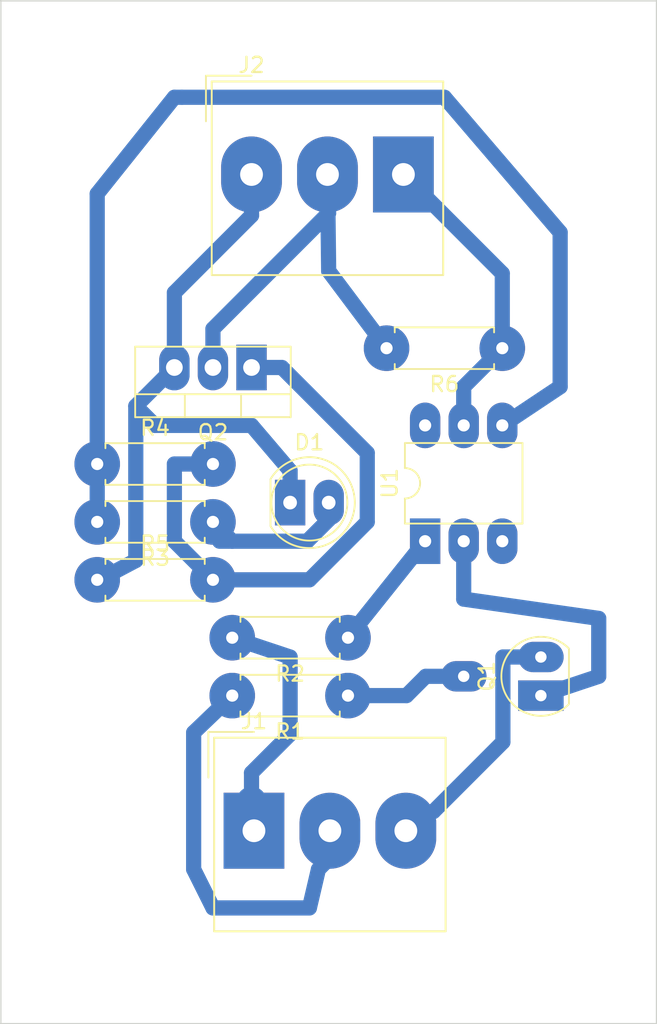
<source format=kicad_pcb>
(kicad_pcb (version 20171130) (host pcbnew "(5.1.4)-1")

  (general
    (thickness 1.6)
    (drawings 4)
    (tracks 73)
    (zones 0)
    (modules 12)
    (nets 15)
  )

  (page A4)
  (title_block
    (title "PCB - mainet-mega-5V-to-mp-10V")
    (date 2021-03-09)
    (rev v0.1)
  )

  (layers
    (0 F.Cu signal hide)
    (31 B.Cu signal)
    (32 B.Adhes user hide)
    (33 F.Adhes user hide)
    (34 B.Paste user hide)
    (35 F.Paste user hide)
    (36 B.SilkS user hide)
    (37 F.SilkS user hide)
    (38 B.Mask user hide)
    (39 F.Mask user hide)
    (40 Dwgs.User user hide)
    (41 Cmts.User user hide)
    (42 Eco1.User user hide)
    (43 Eco2.User user hide)
    (44 Edge.Cuts user)
    (45 Margin user hide)
    (46 B.CrtYd user hide)
    (47 F.CrtYd user hide)
    (48 B.Fab user hide)
    (49 F.Fab user)
  )

  (setup
    (last_trace_width 1)
    (trace_clearance 0.2)
    (zone_clearance 0.508)
    (zone_45_only no)
    (trace_min 1)
    (via_size 0.8)
    (via_drill 0.4)
    (via_min_size 0.4)
    (via_min_drill 0.3)
    (uvia_size 0.3)
    (uvia_drill 0.1)
    (uvias_allowed no)
    (uvia_min_size 0.2)
    (uvia_min_drill 0.1)
    (edge_width 0.1)
    (segment_width 0.2)
    (pcb_text_width 0.3)
    (pcb_text_size 1.5 1.5)
    (mod_edge_width 0.15)
    (mod_text_size 1 1)
    (mod_text_width 0.15)
    (pad_size 2 3)
    (pad_drill 0.9)
    (pad_to_mask_clearance 0)
    (aux_axis_origin 0 0)
    (visible_elements 7FFFFFFF)
    (pcbplotparams
      (layerselection 0x010fc_ffffffff)
      (usegerberextensions false)
      (usegerberattributes true)
      (usegerberadvancedattributes true)
      (creategerberjobfile true)
      (excludeedgelayer true)
      (linewidth 0.100000)
      (plotframeref false)
      (viasonmask false)
      (mode 1)
      (useauxorigin false)
      (hpglpennumber 1)
      (hpglpenspeed 20)
      (hpglpendiameter 15.000000)
      (psnegative false)
      (psa4output false)
      (plotreference true)
      (plotvalue true)
      (plotinvisibletext false)
      (padsonsilk false)
      (subtractmaskfromsilk false)
      (outputformat 1)
      (mirror false)
      (drillshape 1)
      (scaleselection 1)
      (outputdirectory ""))
  )

  (net 0 "")
  (net 1 /0V)
  (net 2 "Net-(D1-Pad2)")
  (net 3 /GNDD)
  (net 4 "Net-(J1-Pad2)")
  (net 5 /+5V)
  (net 6 "Net-(J2-Pad2)")
  (net 7 /+10V)
  (net 8 "Net-(Q1-Pad2)")
  (net 9 "Net-(Q1-Pad1)")
  (net 10 "Net-(Q2-Pad1)")
  (net 11 "Net-(R2-Pad1)")
  (net 12 "Net-(R3-Pad2)")
  (net 13 "Net-(U1-Pad3)")
  (net 14 "Net-(U1-Pad6)")

  (net_class Default "This is the default net class."
    (clearance 0.2)
    (trace_width 1)
    (via_dia 0.8)
    (via_drill 0.4)
    (uvia_dia 0.3)
    (uvia_drill 0.1)
    (diff_pair_width 1)
    (diff_pair_gap 0.25)
    (add_net /+10V)
    (add_net /+5V)
    (add_net /0V)
    (add_net /GNDD)
    (add_net "Net-(D1-Pad2)")
    (add_net "Net-(J1-Pad2)")
    (add_net "Net-(J2-Pad2)")
    (add_net "Net-(Q1-Pad1)")
    (add_net "Net-(Q1-Pad2)")
    (add_net "Net-(Q2-Pad1)")
    (add_net "Net-(R2-Pad1)")
    (add_net "Net-(R3-Pad2)")
    (add_net "Net-(U1-Pad3)")
    (add_net "Net-(U1-Pad6)")
  )

  (module Package_TO_SOT_THT:TO-92_Inline (layer F.Cu) (tedit 60478B01) (tstamp 601ABC33)
    (at 133.35 130.81 90)
    (descr "TO-92 leads in-line, narrow, oval pads, drill 0.75mm (see NXP sot054_po.pdf)")
    (tags "to-92 sc-43 sc-43a sot54 PA33 transistor")
    (path /5F896199)
    (fp_text reference Q1 (at 1.27 -3.56 90) (layer F.SilkS)
      (effects (font (size 1 1) (thickness 0.15)))
    )
    (fp_text value 2N3906 (at 3.81 -3.81 180) (layer F.Fab)
      (effects (font (size 1 1) (thickness 0.15)))
    )
    (fp_line (start 4 2.01) (end -1.46 2.01) (layer F.CrtYd) (width 0.05))
    (fp_line (start 4 2.01) (end 4 -2.73) (layer F.CrtYd) (width 0.05))
    (fp_line (start -1.46 -2.73) (end -1.46 2.01) (layer F.CrtYd) (width 0.05))
    (fp_line (start -1.46 -2.73) (end 4 -2.73) (layer F.CrtYd) (width 0.05))
    (fp_line (start -0.5 1.75) (end 3 1.75) (layer F.Fab) (width 0.1))
    (fp_line (start -0.53 1.85) (end 3.07 1.85) (layer F.SilkS) (width 0.12))
    (fp_text user %R (at 6.35 -3.81 180) (layer F.Fab)
      (effects (font (size 1 1) (thickness 0.15)))
    )
    (fp_arc (start 1.27 0) (end 1.27 -2.48) (angle 135) (layer F.Fab) (width 0.1))
    (fp_arc (start 1.27 0) (end 1.27 -2.6) (angle -135) (layer F.SilkS) (width 0.12))
    (fp_arc (start 1.27 0) (end 1.27 -2.48) (angle -135) (layer F.Fab) (width 0.1))
    (fp_arc (start 1.27 0) (end 1.27 -2.6) (angle 135) (layer F.SilkS) (width 0.12))
    (pad 2 thru_hole oval (at 1.27 -5.08 90) (size 2 3) (drill 0.75) (layers *.Cu *.Mask)
      (net 8 "Net-(Q1-Pad2)"))
    (pad 3 thru_hole oval (at 2.54 0 90) (size 2 3) (drill 0.75) (layers *.Cu *.Mask)
      (net 3 /GNDD))
    (pad 1 thru_hole rect (at 0 0 90) (size 2 3) (drill 0.75) (layers *.Cu *.Mask)
      (net 9 "Net-(Q1-Pad1)"))
    (model ${KISYS3DMOD}/Package_TO_SOT_THT.3dshapes/TO-92_Inline.wrl
      (at (xyz 0 0 0))
      (scale (xyz 1 1 1))
      (rotate (xyz 0 0 0))
    )
  )

  (module LED_THT:LED_D5.0mm (layer F.Cu) (tedit 60479339) (tstamp 5FCDC759)
    (at 116.84 118.11)
    (descr "LED, diameter 5.0mm, 2 pins, http://cdn-reichelt.de/documents/datenblatt/A500/LL-504BC2E-009.pdf")
    (tags "LED diameter 5.0mm 2 pins")
    (path /5F8A74B5)
    (fp_text reference D1 (at 1.27 -3.96) (layer F.SilkS)
      (effects (font (size 1 1) (thickness 0.15)))
    )
    (fp_text value LED (at 1.27 3.96) (layer F.Fab)
      (effects (font (size 1 1) (thickness 0.15)))
    )
    (fp_line (start 4.5 -3.25) (end -1.95 -3.25) (layer F.CrtYd) (width 0.05))
    (fp_line (start 4.5 3.25) (end 4.5 -3.25) (layer F.CrtYd) (width 0.05))
    (fp_line (start -1.95 3.25) (end 4.5 3.25) (layer F.CrtYd) (width 0.05))
    (fp_line (start -1.95 -3.25) (end -1.95 3.25) (layer F.CrtYd) (width 0.05))
    (fp_line (start -1.29 -1.545) (end -1.29 1.545) (layer F.SilkS) (width 0.12))
    (fp_line (start -1.23 -1.469694) (end -1.23 1.469694) (layer F.Fab) (width 0.1))
    (fp_circle (center 1.27 0) (end 3.77 0) (layer F.SilkS) (width 0.12))
    (fp_circle (center 1.27 0) (end 3.77 0) (layer F.Fab) (width 0.1))
    (fp_arc (start 1.27 0) (end -1.23 -1.469694) (angle 299.1) (layer F.Fab) (width 0.1))
    (fp_arc (start 1.27 0) (end -1.29 -1.54483) (angle 148.9) (layer F.SilkS) (width 0.12))
    (fp_arc (start 1.27 0) (end -1.29 1.54483) (angle -148.9) (layer F.SilkS) (width 0.12))
    (fp_text user %R (at 1.27 -3.81) (layer F.Fab)
      (effects (font (size 0.8 0.8) (thickness 0.2)))
    )
    (pad 1 thru_hole rect (at 0 0) (size 2 3) (drill 0.9) (layers *.Cu *.Mask)
      (net 1 /0V))
    (pad 2 thru_hole oval (at 2.54 0) (size 2 3) (drill 0.9) (layers *.Cu *.Mask)
      (net 2 "Net-(D1-Pad2)"))
    (model ${KISYS3DMOD}/LED_THT.3dshapes/LED_D5.0mm.wrl
      (at (xyz 0 0 0))
      (scale (xyz 1 1 1))
      (rotate (xyz 0 0 0))
    )
  )

  (module TerminalBlock_Altech:Altech_AK300_1x03_P5.00mm_45-Degree (layer F.Cu) (tedit 601AAE15) (tstamp 6047C49A)
    (at 114.46 139.7)
    (descr "Altech AK300 serie terminal block (Script generated with StandardBox.py) (http://www.altechcorp.com/PDFS/PCBMETRC.PDF)")
    (tags "Altech AK300 serie connector")
    (path /5F9A2D91)
    (fp_text reference J1 (at 0 -7.2) (layer F.SilkS)
      (effects (font (size 1 1) (thickness 0.15)))
    )
    (fp_text value Screw_Terminal_01x03 (at 5 7.5) (layer F.Fab) hide
      (effects (font (size 1 1) (thickness 0.15)))
    )
    (fp_text user %R (at 15.24 0) (layer F.Fab)
      (effects (font (size 1 1) (thickness 0.15)))
    )
    (fp_line (start -2 -6) (end 12.5 -6) (layer F.Fab) (width 0.1))
    (fp_line (start 12.5 -6) (end 12.5 6.5) (layer F.Fab) (width 0.1))
    (fp_line (start 12.5 6.5) (end -2.5 6.5) (layer F.Fab) (width 0.1))
    (fp_line (start -2.5 6.5) (end -2.5 -5.5) (layer F.Fab) (width 0.1))
    (fp_line (start -2.5 -5.5) (end -2 -6) (layer F.Fab) (width 0.1))
    (fp_line (start -3 -3.5) (end -3 -6.5) (layer F.SilkS) (width 0.12))
    (fp_line (start -3 -6.5) (end 0 -6.5) (layer F.SilkS) (width 0.12))
    (fp_line (start -2.62 -6.12) (end 12.62 -6.12) (layer F.SilkS) (width 0.12))
    (fp_line (start 12.62 -6.12) (end 12.62 6.62) (layer F.SilkS) (width 0.12))
    (fp_line (start -2.62 6.62) (end 12.62 6.62) (layer F.SilkS) (width 0.12))
    (fp_line (start -2.62 -6.12) (end -2.62 6.62) (layer F.SilkS) (width 0.12))
    (fp_line (start -2.62 -6.12) (end 12.62 -6.12) (layer F.SilkS) (width 0.12))
    (fp_line (start 12.62 -6.12) (end 12.62 6.62) (layer F.SilkS) (width 0.12))
    (fp_line (start -2.62 6.62) (end 12.62 6.62) (layer F.SilkS) (width 0.12))
    (fp_line (start -2.62 -6.12) (end -2.62 6.62) (layer F.SilkS) (width 0.12))
    (fp_line (start -2.75 -6.25) (end 12.75 -6.25) (layer F.CrtYd) (width 0.05))
    (fp_line (start 12.75 -6.25) (end 12.75 6.75) (layer F.CrtYd) (width 0.05))
    (fp_line (start -2.75 6.75) (end 12.75 6.75) (layer F.CrtYd) (width 0.05))
    (fp_line (start -2.75 -6.25) (end -2.75 6.75) (layer F.CrtYd) (width 0.05))
    (pad 3 thru_hole oval (at 10 0) (size 4 5) (drill 1.5) (layers *.Cu *.Mask)
      (net 3 /GNDD))
    (pad 2 thru_hole oval (at 5 0) (size 4 5) (drill 1.5) (layers *.Cu *.Mask)
      (net 4 "Net-(J1-Pad2)"))
    (pad 1 thru_hole rect (at 0 0) (size 4 5) (drill 1.5) (layers *.Cu *.Mask)
      (net 5 /+5V))
    (model ${KISYS3DMOD}/TerminalBlock_Altech.3dshapes/Altech_AK300_1x03_P5.00mm_45-Degree.wrl
      (at (xyz 0 0 0))
      (scale (xyz 1 1 1))
      (rotate (xyz 0 0 0))
    )
  )

  (module TerminalBlock_Altech:Altech_AK300_1x03_P5.00mm_45-Degree (layer F.Cu) (tedit 60479273) (tstamp 5FCDC78F)
    (at 114.3 96.52)
    (descr "Altech AK300 serie terminal block (Script generated with StandardBox.py) (http://www.altechcorp.com/PDFS/PCBMETRC.PDF)")
    (tags "Altech AK300 serie connector")
    (path /5F8A74E2)
    (fp_text reference J2 (at 0 -7.2) (layer F.SilkS)
      (effects (font (size 1 1) (thickness 0.15)))
    )
    (fp_text value Screw_Terminal_01x03 (at 5 7.5) (layer F.Fab) hide
      (effects (font (size 1 1) (thickness 0.15)))
    )
    (fp_line (start -2.75 -6.25) (end -2.75 6.75) (layer F.CrtYd) (width 0.05))
    (fp_line (start -2.75 6.75) (end 12.75 6.75) (layer F.CrtYd) (width 0.05))
    (fp_line (start 12.75 -6.25) (end 12.75 6.75) (layer F.CrtYd) (width 0.05))
    (fp_line (start -2.75 -6.25) (end 12.75 -6.25) (layer F.CrtYd) (width 0.05))
    (fp_line (start -2.62 -6.12) (end -2.62 6.62) (layer F.SilkS) (width 0.12))
    (fp_line (start -2.62 6.62) (end 12.62 6.62) (layer F.SilkS) (width 0.12))
    (fp_line (start 12.62 -6.12) (end 12.62 6.62) (layer F.SilkS) (width 0.12))
    (fp_line (start -2.62 -6.12) (end 12.62 -6.12) (layer F.SilkS) (width 0.12))
    (fp_line (start -2.62 -6.12) (end -2.62 6.62) (layer F.SilkS) (width 0.12))
    (fp_line (start -2.62 6.62) (end 12.62 6.62) (layer F.SilkS) (width 0.12))
    (fp_line (start 12.62 -6.12) (end 12.62 6.62) (layer F.SilkS) (width 0.12))
    (fp_line (start -2.62 -6.12) (end 12.62 -6.12) (layer F.SilkS) (width 0.12))
    (fp_line (start -3 -6.5) (end 0 -6.5) (layer F.SilkS) (width 0.12))
    (fp_line (start -3 -3.5) (end -3 -6.5) (layer F.SilkS) (width 0.12))
    (fp_line (start -2.5 -5.5) (end -2 -6) (layer F.Fab) (width 0.1))
    (fp_line (start -2.5 6.5) (end -2.5 -5.5) (layer F.Fab) (width 0.1))
    (fp_line (start 12.5 6.5) (end -2.5 6.5) (layer F.Fab) (width 0.1))
    (fp_line (start 12.5 -6) (end 12.5 6.5) (layer F.Fab) (width 0.1))
    (fp_line (start -2 -6) (end 12.5 -6) (layer F.Fab) (width 0.1))
    (fp_text user %R (at 13.97 0) (layer F.Fab)
      (effects (font (size 1 1) (thickness 0.15)))
    )
    (pad 1 thru_hole oval (at 0 0) (size 4 5) (drill 1.5) (layers *.Cu *.Mask)
      (net 1 /0V))
    (pad 2 thru_hole oval (at 5 0) (size 4 5) (drill 1.5) (layers *.Cu *.Mask)
      (net 6 "Net-(J2-Pad2)"))
    (pad 3 thru_hole rect (at 10 0) (size 4 5) (drill 1.5) (layers *.Cu *.Mask)
      (net 7 /+10V))
    (model ${KISYS3DMOD}/TerminalBlock_Altech.3dshapes/Altech_AK300_1x03_P5.00mm_45-Degree.wrl
      (at (xyz 0 0 0))
      (scale (xyz 1 1 1))
      (rotate (xyz 0 0 0))
    )
  )

  (module Package_TO_SOT_THT:TO-220-3_Vertical (layer F.Cu) (tedit 601AADB3) (tstamp 5FCDC7BB)
    (at 114.3 109.22 180)
    (descr "TO-220-3, Vertical, RM 2.54mm, see https://www.vishay.com/docs/66542/to-220-1.pdf")
    (tags "TO-220-3 Vertical RM 2.54mm")
    (path /5F8A7489)
    (fp_text reference Q2 (at 2.54 -4.27) (layer F.SilkS)
      (effects (font (size 1 1) (thickness 0.15)))
    )
    (fp_text value BUK9518-55 (at 2.54 2.5) (layer F.Fab)
      (effects (font (size 1 1) (thickness 0.15)))
    )
    (fp_line (start 7.79 -3.4) (end -2.71 -3.4) (layer F.CrtYd) (width 0.05))
    (fp_line (start 7.79 1.51) (end 7.79 -3.4) (layer F.CrtYd) (width 0.05))
    (fp_line (start -2.71 1.51) (end 7.79 1.51) (layer F.CrtYd) (width 0.05))
    (fp_line (start -2.71 -3.4) (end -2.71 1.51) (layer F.CrtYd) (width 0.05))
    (fp_line (start 4.391 -3.27) (end 4.391 -1.76) (layer F.SilkS) (width 0.12))
    (fp_line (start 0.69 -3.27) (end 0.69 -1.76) (layer F.SilkS) (width 0.12))
    (fp_line (start -2.58 -1.76) (end 7.66 -1.76) (layer F.SilkS) (width 0.12))
    (fp_line (start 7.66 -3.27) (end 7.66 1.371) (layer F.SilkS) (width 0.12))
    (fp_line (start -2.58 -3.27) (end -2.58 1.371) (layer F.SilkS) (width 0.12))
    (fp_line (start -2.58 1.371) (end 7.66 1.371) (layer F.SilkS) (width 0.12))
    (fp_line (start -2.58 -3.27) (end 7.66 -3.27) (layer F.SilkS) (width 0.12))
    (fp_line (start 4.39 -3.15) (end 4.39 -1.88) (layer F.Fab) (width 0.1))
    (fp_line (start 0.69 -3.15) (end 0.69 -1.88) (layer F.Fab) (width 0.1))
    (fp_line (start -2.46 -1.88) (end 7.54 -1.88) (layer F.Fab) (width 0.1))
    (fp_line (start 7.54 -3.15) (end -2.46 -3.15) (layer F.Fab) (width 0.1))
    (fp_line (start 7.54 1.25) (end 7.54 -3.15) (layer F.Fab) (width 0.1))
    (fp_line (start -2.46 1.25) (end 7.54 1.25) (layer F.Fab) (width 0.1))
    (fp_line (start -2.46 -3.15) (end -2.46 1.25) (layer F.Fab) (width 0.1))
    (fp_text user %R (at 7.62 3.81) (layer F.Fab)
      (effects (font (size 1 1) (thickness 0.15)))
    )
    (pad 1 thru_hole rect (at 0 0 180) (size 2 3) (drill 1.1) (layers *.Cu *.Mask)
      (net 10 "Net-(Q2-Pad1)"))
    (pad 2 thru_hole oval (at 2.54 0 180) (size 2 3) (drill 1.1) (layers *.Cu *.Mask)
      (net 6 "Net-(J2-Pad2)"))
    (pad 3 thru_hole oval (at 5.08 0 180) (size 2 3) (drill 1.1) (layers *.Cu *.Mask)
      (net 1 /0V))
    (model ${KISYS3DMOD}/Package_TO_SOT_THT.3dshapes/TO-220-3_Vertical.wrl
      (at (xyz 0 0 0))
      (scale (xyz 1 1 1))
      (rotate (xyz 0 0 0))
    )
  )

  (module Resistor_THT:R_Axial_DIN0207_L6.3mm_D2.5mm_P7.62mm_Horizontal (layer F.Cu) (tedit 601AA867) (tstamp 5FCDC7D2)
    (at 120.65 130.81 180)
    (descr "Resistor, Axial_DIN0207 series, Axial, Horizontal, pin pitch=7.62mm, 0.25W = 1/4W, length*diameter=6.3*2.5mm^2, http://cdn-reichelt.de/documents/datenblatt/B400/1_4W%23YAG.pdf")
    (tags "Resistor Axial_DIN0207 series Axial Horizontal pin pitch 7.62mm 0.25W = 1/4W length 6.3mm diameter 2.5mm")
    (path /5F8A74FB)
    (fp_text reference R1 (at 3.81 -2.37) (layer F.SilkS)
      (effects (font (size 1 1) (thickness 0.15)))
    )
    (fp_text value 4,3K (at 11.43 0) (layer F.Fab)
      (effects (font (size 1 1) (thickness 0.15)))
    )
    (fp_line (start 8.67 -1.5) (end -1.05 -1.5) (layer F.CrtYd) (width 0.05))
    (fp_line (start 8.67 1.5) (end 8.67 -1.5) (layer F.CrtYd) (width 0.05))
    (fp_line (start -1.05 1.5) (end 8.67 1.5) (layer F.CrtYd) (width 0.05))
    (fp_line (start -1.05 -1.5) (end -1.05 1.5) (layer F.CrtYd) (width 0.05))
    (fp_line (start 7.08 1.37) (end 7.08 1.04) (layer F.SilkS) (width 0.12))
    (fp_line (start 0.54 1.37) (end 7.08 1.37) (layer F.SilkS) (width 0.12))
    (fp_line (start 0.54 1.04) (end 0.54 1.37) (layer F.SilkS) (width 0.12))
    (fp_line (start 7.08 -1.37) (end 7.08 -1.04) (layer F.SilkS) (width 0.12))
    (fp_line (start 0.54 -1.37) (end 7.08 -1.37) (layer F.SilkS) (width 0.12))
    (fp_line (start 0.54 -1.04) (end 0.54 -1.37) (layer F.SilkS) (width 0.12))
    (fp_line (start 7.62 0) (end 6.96 0) (layer F.Fab) (width 0.1))
    (fp_line (start 0 0) (end 0.66 0) (layer F.Fab) (width 0.1))
    (fp_line (start 6.96 -1.25) (end 0.66 -1.25) (layer F.Fab) (width 0.1))
    (fp_line (start 6.96 1.25) (end 6.96 -1.25) (layer F.Fab) (width 0.1))
    (fp_line (start 0.66 1.25) (end 6.96 1.25) (layer F.Fab) (width 0.1))
    (fp_line (start 0.66 -1.25) (end 0.66 1.25) (layer F.Fab) (width 0.1))
    (fp_text user %R (at 11.43 1.27) (layer F.Fab)
      (effects (font (size 1 1) (thickness 0.15)))
    )
    (pad 1 thru_hole circle (at 0 0 180) (size 3 3) (drill 0.8) (layers *.Cu *.Mask)
      (net 8 "Net-(Q1-Pad2)"))
    (pad 2 thru_hole circle (at 7.62 0 180) (size 3 3) (drill 0.8) (layers *.Cu *.Mask)
      (net 4 "Net-(J1-Pad2)"))
    (model ${KISYS3DMOD}/Resistor_THT.3dshapes/R_Axial_DIN0207_L6.3mm_D2.5mm_P7.62mm_Horizontal.wrl
      (at (xyz 0 0 0))
      (scale (xyz 1 1 1))
      (rotate (xyz 0 0 0))
    )
  )

  (module Resistor_THT:R_Axial_DIN0207_L6.3mm_D2.5mm_P7.62mm_Horizontal (layer F.Cu) (tedit 601AA859) (tstamp 5FCDC7E9)
    (at 120.65 127 180)
    (descr "Resistor, Axial_DIN0207 series, Axial, Horizontal, pin pitch=7.62mm, 0.25W = 1/4W, length*diameter=6.3*2.5mm^2, http://cdn-reichelt.de/documents/datenblatt/B400/1_4W%23YAG.pdf")
    (tags "Resistor Axial_DIN0207 series Axial Horizontal pin pitch 7.62mm 0.25W = 1/4W length 6.3mm diameter 2.5mm")
    (path /5F8A74C1)
    (fp_text reference R2 (at 3.81 -2.37) (layer F.SilkS)
      (effects (font (size 1 1) (thickness 0.15)))
    )
    (fp_text value 330 (at 11.43 0) (layer F.Fab)
      (effects (font (size 1 1) (thickness 0.15)))
    )
    (fp_line (start 8.67 -1.5) (end -1.05 -1.5) (layer F.CrtYd) (width 0.05))
    (fp_line (start 8.67 1.5) (end 8.67 -1.5) (layer F.CrtYd) (width 0.05))
    (fp_line (start -1.05 1.5) (end 8.67 1.5) (layer F.CrtYd) (width 0.05))
    (fp_line (start -1.05 -1.5) (end -1.05 1.5) (layer F.CrtYd) (width 0.05))
    (fp_line (start 7.08 1.37) (end 7.08 1.04) (layer F.SilkS) (width 0.12))
    (fp_line (start 0.54 1.37) (end 7.08 1.37) (layer F.SilkS) (width 0.12))
    (fp_line (start 0.54 1.04) (end 0.54 1.37) (layer F.SilkS) (width 0.12))
    (fp_line (start 7.08 -1.37) (end 7.08 -1.04) (layer F.SilkS) (width 0.12))
    (fp_line (start 0.54 -1.37) (end 7.08 -1.37) (layer F.SilkS) (width 0.12))
    (fp_line (start 0.54 -1.04) (end 0.54 -1.37) (layer F.SilkS) (width 0.12))
    (fp_line (start 7.62 0) (end 6.96 0) (layer F.Fab) (width 0.1))
    (fp_line (start 0 0) (end 0.66 0) (layer F.Fab) (width 0.1))
    (fp_line (start 6.96 -1.25) (end 0.66 -1.25) (layer F.Fab) (width 0.1))
    (fp_line (start 6.96 1.25) (end 6.96 -1.25) (layer F.Fab) (width 0.1))
    (fp_line (start 0.66 1.25) (end 6.96 1.25) (layer F.Fab) (width 0.1))
    (fp_line (start 0.66 -1.25) (end 0.66 1.25) (layer F.Fab) (width 0.1))
    (fp_text user %R (at 11.43 1.27) (layer F.Fab)
      (effects (font (size 1 1) (thickness 0.15)))
    )
    (pad 1 thru_hole circle (at 0 0 180) (size 3 3) (drill 0.8) (layers *.Cu *.Mask)
      (net 11 "Net-(R2-Pad1)"))
    (pad 2 thru_hole circle (at 7.62 0 180) (size 3 3) (drill 0.8) (layers *.Cu *.Mask)
      (net 5 /+5V))
    (model ${KISYS3DMOD}/Resistor_THT.3dshapes/R_Axial_DIN0207_L6.3mm_D2.5mm_P7.62mm_Horizontal.wrl
      (at (xyz 0 0 0))
      (scale (xyz 1 1 1))
      (rotate (xyz 0 0 0))
    )
  )

  (module Resistor_THT:R_Axial_DIN0207_L6.3mm_D2.5mm_P7.62mm_Horizontal (layer F.Cu) (tedit 601AA800) (tstamp 5FCDC800)
    (at 111.76 119.38 180)
    (descr "Resistor, Axial_DIN0207 series, Axial, Horizontal, pin pitch=7.62mm, 0.25W = 1/4W, length*diameter=6.3*2.5mm^2, http://cdn-reichelt.de/documents/datenblatt/B400/1_4W%23YAG.pdf")
    (tags "Resistor Axial_DIN0207 series Axial Horizontal pin pitch 7.62mm 0.25W = 1/4W length 6.3mm diameter 2.5mm")
    (path /5F8A74D3)
    (fp_text reference R3 (at 3.81 -2.37) (layer F.SilkS)
      (effects (font (size 1 1) (thickness 0.15)))
    )
    (fp_text value 2K (at 11.43 0) (layer F.Fab)
      (effects (font (size 1 1) (thickness 0.15)))
    )
    (fp_text user %R (at 11.43 1.27) (layer F.Fab)
      (effects (font (size 1 1) (thickness 0.15)))
    )
    (fp_line (start 0.66 -1.25) (end 0.66 1.25) (layer F.Fab) (width 0.1))
    (fp_line (start 0.66 1.25) (end 6.96 1.25) (layer F.Fab) (width 0.1))
    (fp_line (start 6.96 1.25) (end 6.96 -1.25) (layer F.Fab) (width 0.1))
    (fp_line (start 6.96 -1.25) (end 0.66 -1.25) (layer F.Fab) (width 0.1))
    (fp_line (start 0 0) (end 0.66 0) (layer F.Fab) (width 0.1))
    (fp_line (start 7.62 0) (end 6.96 0) (layer F.Fab) (width 0.1))
    (fp_line (start 0.54 -1.04) (end 0.54 -1.37) (layer F.SilkS) (width 0.12))
    (fp_line (start 0.54 -1.37) (end 7.08 -1.37) (layer F.SilkS) (width 0.12))
    (fp_line (start 7.08 -1.37) (end 7.08 -1.04) (layer F.SilkS) (width 0.12))
    (fp_line (start 0.54 1.04) (end 0.54 1.37) (layer F.SilkS) (width 0.12))
    (fp_line (start 0.54 1.37) (end 7.08 1.37) (layer F.SilkS) (width 0.12))
    (fp_line (start 7.08 1.37) (end 7.08 1.04) (layer F.SilkS) (width 0.12))
    (fp_line (start -1.05 -1.5) (end -1.05 1.5) (layer F.CrtYd) (width 0.05))
    (fp_line (start -1.05 1.5) (end 8.67 1.5) (layer F.CrtYd) (width 0.05))
    (fp_line (start 8.67 1.5) (end 8.67 -1.5) (layer F.CrtYd) (width 0.05))
    (fp_line (start 8.67 -1.5) (end -1.05 -1.5) (layer F.CrtYd) (width 0.05))
    (pad 2 thru_hole circle (at 7.62 0 180) (size 3 3) (drill 0.8) (layers *.Cu *.Mask)
      (net 12 "Net-(R3-Pad2)"))
    (pad 1 thru_hole circle (at 0 0 180) (size 3 3) (drill 0.8) (layers *.Cu *.Mask)
      (net 2 "Net-(D1-Pad2)"))
    (model ${KISYS3DMOD}/Resistor_THT.3dshapes/R_Axial_DIN0207_L6.3mm_D2.5mm_P7.62mm_Horizontal.wrl
      (at (xyz 0 0 0))
      (scale (xyz 1 1 1))
      (rotate (xyz 0 0 0))
    )
  )

  (module Resistor_THT:R_Axial_DIN0207_L6.3mm_D2.5mm_P7.62mm_Horizontal (layer F.Cu) (tedit 601AA7EF) (tstamp 5FCDC817)
    (at 104.14 115.57)
    (descr "Resistor, Axial_DIN0207 series, Axial, Horizontal, pin pitch=7.62mm, 0.25W = 1/4W, length*diameter=6.3*2.5mm^2, http://cdn-reichelt.de/documents/datenblatt/B400/1_4W%23YAG.pdf")
    (tags "Resistor Axial_DIN0207 series Axial Horizontal pin pitch 7.62mm 0.25W = 1/4W length 6.3mm diameter 2.5mm")
    (path /5F8A74A3)
    (fp_text reference R4 (at 3.81 -2.37) (layer F.SilkS)
      (effects (font (size 1 1) (thickness 0.15)))
    )
    (fp_text value 1K (at -3.81 0) (layer F.Fab)
      (effects (font (size 1 1) (thickness 0.15)))
    )
    (fp_text user %R (at -3.81 -1.27) (layer F.Fab)
      (effects (font (size 1 1) (thickness 0.15)))
    )
    (fp_line (start 0.66 -1.25) (end 0.66 1.25) (layer F.Fab) (width 0.1))
    (fp_line (start 0.66 1.25) (end 6.96 1.25) (layer F.Fab) (width 0.1))
    (fp_line (start 6.96 1.25) (end 6.96 -1.25) (layer F.Fab) (width 0.1))
    (fp_line (start 6.96 -1.25) (end 0.66 -1.25) (layer F.Fab) (width 0.1))
    (fp_line (start 0 0) (end 0.66 0) (layer F.Fab) (width 0.1))
    (fp_line (start 7.62 0) (end 6.96 0) (layer F.Fab) (width 0.1))
    (fp_line (start 0.54 -1.04) (end 0.54 -1.37) (layer F.SilkS) (width 0.12))
    (fp_line (start 0.54 -1.37) (end 7.08 -1.37) (layer F.SilkS) (width 0.12))
    (fp_line (start 7.08 -1.37) (end 7.08 -1.04) (layer F.SilkS) (width 0.12))
    (fp_line (start 0.54 1.04) (end 0.54 1.37) (layer F.SilkS) (width 0.12))
    (fp_line (start 0.54 1.37) (end 7.08 1.37) (layer F.SilkS) (width 0.12))
    (fp_line (start 7.08 1.37) (end 7.08 1.04) (layer F.SilkS) (width 0.12))
    (fp_line (start -1.05 -1.5) (end -1.05 1.5) (layer F.CrtYd) (width 0.05))
    (fp_line (start -1.05 1.5) (end 8.67 1.5) (layer F.CrtYd) (width 0.05))
    (fp_line (start 8.67 1.5) (end 8.67 -1.5) (layer F.CrtYd) (width 0.05))
    (fp_line (start 8.67 -1.5) (end -1.05 -1.5) (layer F.CrtYd) (width 0.05))
    (pad 2 thru_hole circle (at 7.62 0) (size 3 3) (drill 0.8) (layers *.Cu *.Mask)
      (net 10 "Net-(Q2-Pad1)"))
    (pad 1 thru_hole circle (at 0 0) (size 3 3) (drill 0.8) (layers *.Cu *.Mask)
      (net 12 "Net-(R3-Pad2)"))
    (model ${KISYS3DMOD}/Resistor_THT.3dshapes/R_Axial_DIN0207_L6.3mm_D2.5mm_P7.62mm_Horizontal.wrl
      (at (xyz 0 0 0))
      (scale (xyz 1 1 1))
      (rotate (xyz 0 0 0))
    )
  )

  (module Resistor_THT:R_Axial_DIN0207_L6.3mm_D2.5mm_P7.62mm_Horizontal (layer F.Cu) (tedit 601AA7BE) (tstamp 5FCDC82E)
    (at 104.14 123.19)
    (descr "Resistor, Axial_DIN0207 series, Axial, Horizontal, pin pitch=7.62mm, 0.25W = 1/4W, length*diameter=6.3*2.5mm^2, http://cdn-reichelt.de/documents/datenblatt/B400/1_4W%23YAG.pdf")
    (tags "Resistor Axial_DIN0207 series Axial Horizontal pin pitch 7.62mm 0.25W = 1/4W length 6.3mm diameter 2.5mm")
    (path /5F8A7495)
    (fp_text reference R5 (at 3.81 -2.37) (layer F.SilkS)
      (effects (font (size 1 1) (thickness 0.15)))
    )
    (fp_text value 1.5K (at -3.81 0) (layer F.Fab)
      (effects (font (size 1 1) (thickness 0.15)))
    )
    (fp_line (start 8.67 -1.5) (end -1.05 -1.5) (layer F.CrtYd) (width 0.05))
    (fp_line (start 8.67 1.5) (end 8.67 -1.5) (layer F.CrtYd) (width 0.05))
    (fp_line (start -1.05 1.5) (end 8.67 1.5) (layer F.CrtYd) (width 0.05))
    (fp_line (start -1.05 -1.5) (end -1.05 1.5) (layer F.CrtYd) (width 0.05))
    (fp_line (start 7.08 1.37) (end 7.08 1.04) (layer F.SilkS) (width 0.12))
    (fp_line (start 0.54 1.37) (end 7.08 1.37) (layer F.SilkS) (width 0.12))
    (fp_line (start 0.54 1.04) (end 0.54 1.37) (layer F.SilkS) (width 0.12))
    (fp_line (start 7.08 -1.37) (end 7.08 -1.04) (layer F.SilkS) (width 0.12))
    (fp_line (start 0.54 -1.37) (end 7.08 -1.37) (layer F.SilkS) (width 0.12))
    (fp_line (start 0.54 -1.04) (end 0.54 -1.37) (layer F.SilkS) (width 0.12))
    (fp_line (start 7.62 0) (end 6.96 0) (layer F.Fab) (width 0.1))
    (fp_line (start 0 0) (end 0.66 0) (layer F.Fab) (width 0.1))
    (fp_line (start 6.96 -1.25) (end 0.66 -1.25) (layer F.Fab) (width 0.1))
    (fp_line (start 6.96 1.25) (end 6.96 -1.25) (layer F.Fab) (width 0.1))
    (fp_line (start 0.66 1.25) (end 6.96 1.25) (layer F.Fab) (width 0.1))
    (fp_line (start 0.66 -1.25) (end 0.66 1.25) (layer F.Fab) (width 0.1))
    (fp_text user %R (at -3.81 -1.27) (layer F.Fab)
      (effects (font (size 1 1) (thickness 0.15)))
    )
    (pad 1 thru_hole circle (at 0 0) (size 3 3) (drill 0.8) (layers *.Cu *.Mask)
      (net 1 /0V))
    (pad 2 thru_hole circle (at 7.62 0) (size 3 3) (drill 0.8) (layers *.Cu *.Mask)
      (net 10 "Net-(Q2-Pad1)"))
    (model ${KISYS3DMOD}/Resistor_THT.3dshapes/R_Axial_DIN0207_L6.3mm_D2.5mm_P7.62mm_Horizontal.wrl
      (at (xyz 0 0 0))
      (scale (xyz 1 1 1))
      (rotate (xyz 0 0 0))
    )
  )

  (module Resistor_THT:R_Axial_DIN0207_L6.3mm_D2.5mm_P7.62mm_Horizontal (layer F.Cu) (tedit 601AA889) (tstamp 5FCDC845)
    (at 130.81 107.95 180)
    (descr "Resistor, Axial_DIN0207 series, Axial, Horizontal, pin pitch=7.62mm, 0.25W = 1/4W, length*diameter=6.3*2.5mm^2, http://cdn-reichelt.de/documents/datenblatt/B400/1_4W%23YAG.pdf")
    (tags "Resistor Axial_DIN0207 series Axial Horizontal pin pitch 7.62mm 0.25W = 1/4W length 6.3mm diameter 2.5mm")
    (path /5F8A7510)
    (fp_text reference R6 (at 3.81 -2.37) (layer F.SilkS)
      (effects (font (size 1 1) (thickness 0.15)))
    )
    (fp_text value 20k (at -6.35 0) (layer F.Fab)
      (effects (font (size 1 1) (thickness 0.15)))
    )
    (fp_text user %R (at -6.35 1.27) (layer F.Fab)
      (effects (font (size 1 1) (thickness 0.15)))
    )
    (fp_line (start 0.66 -1.25) (end 0.66 1.25) (layer F.Fab) (width 0.1))
    (fp_line (start 0.66 1.25) (end 6.96 1.25) (layer F.Fab) (width 0.1))
    (fp_line (start 6.96 1.25) (end 6.96 -1.25) (layer F.Fab) (width 0.1))
    (fp_line (start 6.96 -1.25) (end 0.66 -1.25) (layer F.Fab) (width 0.1))
    (fp_line (start 0 0) (end 0.66 0) (layer F.Fab) (width 0.1))
    (fp_line (start 7.62 0) (end 6.96 0) (layer F.Fab) (width 0.1))
    (fp_line (start 0.54 -1.04) (end 0.54 -1.37) (layer F.SilkS) (width 0.12))
    (fp_line (start 0.54 -1.37) (end 7.08 -1.37) (layer F.SilkS) (width 0.12))
    (fp_line (start 7.08 -1.37) (end 7.08 -1.04) (layer F.SilkS) (width 0.12))
    (fp_line (start 0.54 1.04) (end 0.54 1.37) (layer F.SilkS) (width 0.12))
    (fp_line (start 0.54 1.37) (end 7.08 1.37) (layer F.SilkS) (width 0.12))
    (fp_line (start 7.08 1.37) (end 7.08 1.04) (layer F.SilkS) (width 0.12))
    (fp_line (start -1.05 -1.5) (end -1.05 1.5) (layer F.CrtYd) (width 0.05))
    (fp_line (start -1.05 1.5) (end 8.67 1.5) (layer F.CrtYd) (width 0.05))
    (fp_line (start 8.67 1.5) (end 8.67 -1.5) (layer F.CrtYd) (width 0.05))
    (fp_line (start 8.67 -1.5) (end -1.05 -1.5) (layer F.CrtYd) (width 0.05))
    (pad 2 thru_hole circle (at 7.62 0 180) (size 3 3) (drill 0.8) (layers *.Cu *.Mask)
      (net 6 "Net-(J2-Pad2)"))
    (pad 1 thru_hole circle (at 0 0 180) (size 3 3) (drill 0.8) (layers *.Cu *.Mask)
      (net 7 /+10V))
    (model ${KISYS3DMOD}/Resistor_THT.3dshapes/R_Axial_DIN0207_L6.3mm_D2.5mm_P7.62mm_Horizontal.wrl
      (at (xyz 0 0 0))
      (scale (xyz 1 1 1))
      (rotate (xyz 0 0 0))
    )
  )

  (module Package_DIP:DIP-6_W7.62mm (layer F.Cu) (tedit 60198AB5) (tstamp 5FCDC85F)
    (at 125.73 120.65 90)
    (descr "6-lead though-hole mounted DIP package, row spacing 7.62 mm (300 mils)")
    (tags "THT DIP DIL PDIP 2.54mm 7.62mm 300mil")
    (path /5F8A748F)
    (fp_text reference U1 (at 3.81 -2.33 90) (layer F.SilkS)
      (effects (font (size 1 1) (thickness 0.15)))
    )
    (fp_text value 4N38 (at 2.54 8.89 180) (layer F.Fab)
      (effects (font (size 1 1) (thickness 0.15)))
    )
    (fp_line (start 8.7 -1.55) (end -1.1 -1.55) (layer F.CrtYd) (width 0.05))
    (fp_line (start 8.7 6.6) (end 8.7 -1.55) (layer F.CrtYd) (width 0.05))
    (fp_line (start -1.1 6.6) (end 8.7 6.6) (layer F.CrtYd) (width 0.05))
    (fp_line (start -1.1 -1.55) (end -1.1 6.6) (layer F.CrtYd) (width 0.05))
    (fp_line (start 6.46 -1.33) (end 4.81 -1.33) (layer F.SilkS) (width 0.12))
    (fp_line (start 6.46 6.41) (end 6.46 -1.33) (layer F.SilkS) (width 0.12))
    (fp_line (start 1.16 6.41) (end 6.46 6.41) (layer F.SilkS) (width 0.12))
    (fp_line (start 1.16 -1.33) (end 1.16 6.41) (layer F.SilkS) (width 0.12))
    (fp_line (start 2.81 -1.33) (end 1.16 -1.33) (layer F.SilkS) (width 0.12))
    (fp_line (start 0.635 -0.27) (end 1.635 -1.27) (layer F.Fab) (width 0.1))
    (fp_line (start 0.635 6.35) (end 0.635 -0.27) (layer F.Fab) (width 0.1))
    (fp_line (start 6.985 6.35) (end 0.635 6.35) (layer F.Fab) (width 0.1))
    (fp_line (start 6.985 -1.27) (end 6.985 6.35) (layer F.Fab) (width 0.1))
    (fp_line (start 1.635 -1.27) (end 6.985 -1.27) (layer F.Fab) (width 0.1))
    (fp_arc (start 3.81 -1.33) (end 2.81 -1.33) (angle -180) (layer F.SilkS) (width 0.12))
    (fp_text user %R (at 5.08 8.89 180) (layer F.Fab)
      (effects (font (size 1 1) (thickness 0.15)))
    )
    (pad 1 thru_hole rect (at 0 0 90) (size 3 2) (drill 0.8) (layers *.Cu *.Mask)
      (net 11 "Net-(R2-Pad1)"))
    (pad 4 thru_hole oval (at 7.62 5.08 90) (size 3 2) (drill 0.8) (layers *.Cu *.Mask)
      (net 12 "Net-(R3-Pad2)"))
    (pad 2 thru_hole oval (at 0 2.54 90) (size 3 2) (drill 0.8) (layers *.Cu *.Mask)
      (net 9 "Net-(Q1-Pad1)"))
    (pad 5 thru_hole oval (at 7.62 2.54 90) (size 3 2) (drill 0.8) (layers *.Cu *.Mask)
      (net 7 /+10V))
    (pad 3 thru_hole oval (at 0 5.08 90) (size 3 2) (drill 0.8) (layers *.Cu *.Mask)
      (net 13 "Net-(U1-Pad3)"))
    (pad 6 thru_hole oval (at 7.62 0 90) (size 3 2) (drill 0.8) (layers *.Cu *.Mask)
      (net 14 "Net-(U1-Pad6)"))
    (model ${KISYS3DMOD}/Package_DIP.3dshapes/DIP-6_W7.62mm.wrl
      (at (xyz 0 0 0))
      (scale (xyz 1 1 1))
      (rotate (xyz 0 0 0))
    )
  )

  (gr_line (start 97.79 152.4) (end 97.79 85.09) (layer Edge.Cuts) (width 0.1) (tstamp 601ACEB8))
  (gr_line (start 140.97 152.4) (end 97.79 152.4) (layer Edge.Cuts) (width 0.1))
  (gr_line (start 140.97 85.09) (end 140.97 152.4) (layer Edge.Cuts) (width 0.1))
  (gr_line (start 97.79 85.09) (end 140.97 85.09) (layer Edge.Cuts) (width 0.1))

  (segment (start 106.68 111.76) (end 106.68 121.92) (width 1) (layer B.Cu) (net 1))
  (segment (start 106.68 121.92) (end 104.275 123.19) (width 1) (layer B.Cu) (net 1))
  (segment (start 116.84 118.11) (end 116.84 116.01) (width 1) (layer B.Cu) (net 1))
  (segment (start 116.84 116.01) (end 114.3 113.03) (width 1) (layer B.Cu) (net 1))
  (segment (start 114.3 113.03) (end 107.95 113.03) (width 1) (layer B.Cu) (net 1))
  (segment (start 107.95 113.03) (end 106.68 111.76) (width 1) (layer B.Cu) (net 1))
  (segment (start 104.275 123.19) (end 104.14 123.19) (width 1.5998) (layer B.Cu) (net 1))
  (segment (start 114.3 96.52) (end 114.3 99.2203) (width 1) (layer B.Cu) (net 1))
  (segment (start 114.3 99.2203) (end 109.22 104.3) (width 1) (layer B.Cu) (net 1))
  (segment (start 109.22 104.3) (end 109.22 109.22) (width 1) (layer B.Cu) (net 1))
  (segment (start 109.22 109.722) (end 109.22 109.22) (width 2) (layer B.Cu) (net 1))
  (segment (start 109.22 109.22) (end 106.68 111.76) (width 1) (layer B.Cu) (net 1))
  (segment (start 117.967 120.65) (end 119.38 119.237) (width 1) (layer B.Cu) (net 2))
  (segment (start 119.38 119.237) (end 119.38 118.401) (width 1) (layer B.Cu) (net 2))
  (segment (start 113.03 120.65) (end 117.967 120.65) (width 1) (layer B.Cu) (net 2))
  (segment (start 111.76 119.38) (end 113.03 120.65) (width 1) (layer B.Cu) (net 2))
  (segment (start 112.194 120.65) (end 113.03 120.65) (width 1) (layer B.Cu) (net 2))
  (segment (start 119.38 118.401) (end 119.38 118.11) (width 1) (layer B.Cu) (net 2))
  (segment (start 125.2925 139.065) (end 125.095 139.065) (width 1) (layer B.Cu) (net 3))
  (segment (start 125.095 139.065) (end 124.46 139.7) (width 1) (layer B.Cu) (net 3))
  (segment (start 125.2925 139.065) (end 124.3 139.7) (width 1) (layer B.Cu) (net 3))
  (segment (start 133.35 128.27) (end 130.85 128.27) (width 1) (layer B.Cu) (net 3))
  (segment (start 130.85 128.27) (end 130.85 133.865) (width 1) (layer B.Cu) (net 3))
  (segment (start 130.85 133.865) (end 126.285 138.43) (width 1) (layer B.Cu) (net 3))
  (segment (start 126.285 138.43) (end 125.2925 139.065) (width 1) (layer B.Cu) (net 3))
  (segment (start 118.705 142.24) (end 119.46 141.485) (width 1) (layer B.Cu) (net 4))
  (segment (start 119.46 141.485) (end 119.46 139.7) (width 1) (layer B.Cu) (net 4))
  (segment (start 113.03 130.81) (end 110.49 133.241) (width 1) (layer B.Cu) (net 4))
  (segment (start 110.49 133.241) (end 110.49 142.24) (width 1) (layer B.Cu) (net 4))
  (segment (start 110.49 142.24) (end 111.76 144.78) (width 1) (layer B.Cu) (net 4))
  (segment (start 111.76 144.78) (end 118.11 144.78) (width 1) (layer B.Cu) (net 4))
  (segment (start 118.11 144.78) (end 118.705 142.24) (width 1) (layer B.Cu) (net 4))
  (segment (start 114.3 137.795) (end 114.46 137.955) (width 1) (layer B.Cu) (net 5))
  (segment (start 114.46 137.955) (end 114.46 139.7) (width 1) (layer B.Cu) (net 5))
  (segment (start 114.3 137.795) (end 114.3 139.7) (width 2) (layer B.Cu) (net 5))
  (segment (start 114.3 135.89) (end 114.3 137.795) (width 1) (layer B.Cu) (net 5))
  (segment (start 116.84 133.35) (end 114.3 135.89) (width 1) (layer B.Cu) (net 5))
  (segment (start 113.03 127) (end 116.84 128.27) (width 1) (layer B.Cu) (net 5))
  (segment (start 116.84 128.27) (end 116.84 133.35) (width 1) (layer B.Cu) (net 5))
  (segment (start 123.19 107.95) (end 119.38 102.87) (width 1) (layer B.Cu) (net 6))
  (segment (start 118.11 97.71) (end 119.3 96.52) (width 1) (layer B.Cu) (net 6))
  (segment (start 119.38 102.87) (end 119.3 96.52) (width 1) (layer B.Cu) (net 6))
  (segment (start 111.76 106.68) (end 111.76 109.22) (width 1) (layer B.Cu) (net 6))
  (segment (start 119.38 99.06) (end 111.76 106.68) (width 1) (layer B.Cu) (net 6))
  (segment (start 130.81 107.95) (end 130.81 103.03) (width 1) (layer B.Cu) (net 7))
  (segment (start 130.81 103.03) (end 124.3 96.52) (width 1) (layer B.Cu) (net 7))
  (segment (start 128.27 113.03) (end 128.27 110.49) (width 1) (layer B.Cu) (net 7))
  (segment (start 128.27 110.49) (end 130.81 107.95) (width 1) (layer B.Cu) (net 7))
  (segment (start 120.65 130.81) (end 124.5 130.81) (width 1) (layer B.Cu) (net 8))
  (segment (start 124.5 130.81) (end 125.77 129.54) (width 1) (layer B.Cu) (net 8))
  (segment (start 125.77 129.54) (end 128.27 129.54) (width 1) (layer B.Cu) (net 8))
  (segment (start 128.27 124.46) (end 137.16 125.73) (width 1) (layer B.Cu) (net 9))
  (segment (start 128.27 120.65) (end 128.27 124.46) (width 1) (layer B.Cu) (net 9))
  (segment (start 137.16 125.73) (end 137.16 129.54) (width 1) (layer B.Cu) (net 9))
  (segment (start 137.16 129.54) (end 133.35 130.81) (width 1) (layer B.Cu) (net 9))
  (segment (start 111.76 123.19) (end 111.76 122.44) (width 1) (layer B.Cu) (net 10))
  (segment (start 111.76 123.19) (end 109.22 120.65) (width 1) (layer B.Cu) (net 10))
  (segment (start 109.22 120.65) (end 109.22 115.57) (width 1) (layer B.Cu) (net 10))
  (segment (start 109.22 115.57) (end 111.76 115.57) (width 1) (layer B.Cu) (net 10))
  (segment (start 116.3 109.22) (end 114.3 109.22) (width 1) (layer B.Cu) (net 10))
  (segment (start 121.92 114.84) (end 116.3 109.22) (width 1) (layer B.Cu) (net 10))
  (segment (start 121.92 119.38) (end 121.92 114.84) (width 1) (layer B.Cu) (net 10))
  (segment (start 111.76 123.19) (end 118.11 123.19) (width 1) (layer B.Cu) (net 10))
  (segment (start 118.11 123.19) (end 121.92 119.38) (width 1) (layer B.Cu) (net 10))
  (segment (start 125.73 120.65) (end 120.65 127) (width 1) (layer B.Cu) (net 11))
  (segment (start 104.14 115.57) (end 104.14 119.38) (width 1) (layer B.Cu) (net 12))
  (segment (start 109.22 91.44) (end 104.14 97.79) (width 1) (layer B.Cu) (net 12))
  (segment (start 104.14 97.79) (end 104.14 115.57) (width 1) (layer B.Cu) (net 12))
  (segment (start 130.81 113.03) (end 134.62 110.49) (width 1) (layer B.Cu) (net 12))
  (segment (start 134.62 110.49) (end 134.62 100.33) (width 1) (layer B.Cu) (net 12))
  (segment (start 134.62 100.33) (end 127 91.44) (width 1) (layer B.Cu) (net 12))
  (segment (start 127 91.44) (end 109.707 91.44) (width 1) (layer B.Cu) (net 12))
  (segment (start 109.707 91.44) (end 109.22 91.44) (width 1) (layer B.Cu) (net 12))

)

</source>
